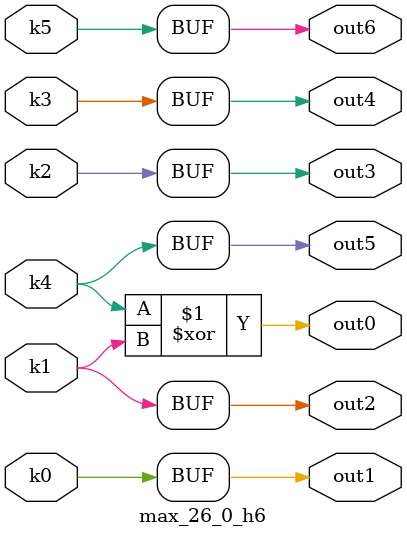
<source format=v>
module max_26_0(pi0, pi1, pi2, pi3, pi4, po0, po1, po2, po3, po4, po5, po6);
input pi0, pi1, pi2, pi3, pi4;
output po0, po1, po2, po3, po4, po5, po6;
wire k0, k1, k2, k3, k4, k5;
max_26_0_w6 DUT1 (pi0, pi1, pi2, pi3, pi4, k0, k1, k2, k3, k4, k5);
max_26_0_h6 DUT2 (k0, k1, k2, k3, k4, k5, po0, po1, po2, po3, po4, po5, po6);
endmodule

module max_26_0_w6(in4, in3, in2, in1, in0, k5, k4, k3, k2, k1, k0);
input in4, in3, in2, in1, in0;
output k5, k4, k3, k2, k1, k0;
assign k0 =   in1 & (in2 ? in4 : in3);
assign k1 =   ~in1 & (in2 ? ~in4 : ~in3);
assign k2 =   ~in4 & in3;
assign k3 =   ~in3 & in4;
assign k4 =   in0;
assign k5 =   in2;
endmodule

module max_26_0_h6(k5, k4, k3, k2, k1, k0, out6, out5, out4, out3, out2, out1, out0);
input k5, k4, k3, k2, k1, k0;
output out6, out5, out4, out3, out2, out1, out0;
assign out0 = k4 ^ k1;
assign out1 = k0;
assign out2 = k1;
assign out3 = k2;
assign out4 = k3;
assign out5 = k4;
assign out6 = k5;
endmodule

</source>
